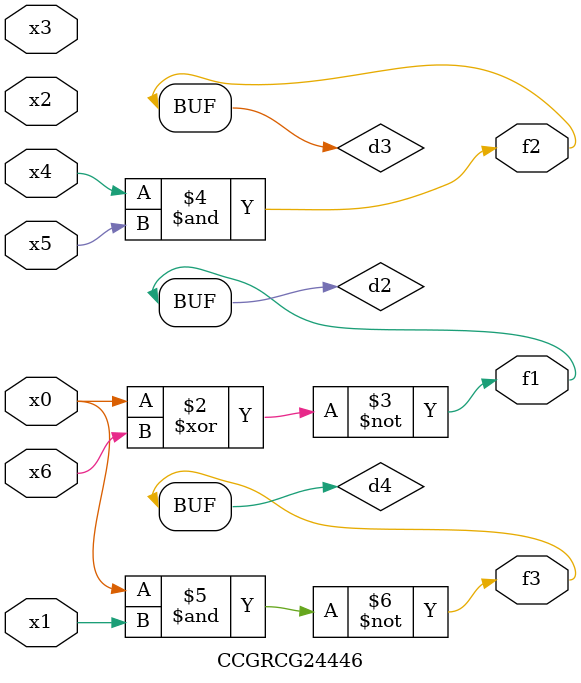
<source format=v>
module CCGRCG24446(
	input x0, x1, x2, x3, x4, x5, x6,
	output f1, f2, f3
);

	wire d1, d2, d3, d4;

	nor (d1, x0);
	xnor (d2, x0, x6);
	and (d3, x4, x5);
	nand (d4, x0, x1);
	assign f1 = d2;
	assign f2 = d3;
	assign f3 = d4;
endmodule

</source>
